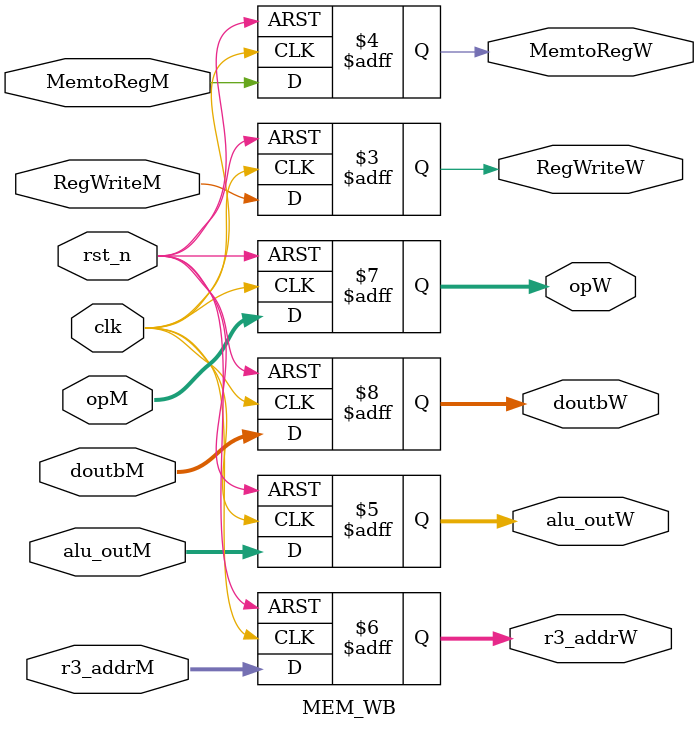
<source format=v>
`timescale 1ns / 1ps
module MEM_WB(
	input clk,
	input rst_n,
	input RegWriteM,
	input MemtoRegM,
	input [31:0] alu_outM,
	input [4:0] r3_addrM,
	input [5:0] opM,
	input [31:0] doutbM,
	output reg RegWriteW,
	output reg MemtoRegW,
	output reg [31:0] alu_outW,
	output reg [4:0] r3_addrW,
	output reg [5:0] opW,
	output reg [31:0] doutbW
    );

always@(posedge clk or negedge rst_n)
begin
if(~rst_n)
	begin
		RegWriteW <= 0;
		MemtoRegW <= 0;
		alu_outW <= 32'h0;
		r3_addrW <= 5'h0;
		opW <= 6'h0;
		doutbW <= 32'h0;
	end
else
	begin
		RegWriteW <= RegWriteM;
		MemtoRegW <= MemtoRegM;
		alu_outW <= alu_outM;
		r3_addrW <= r3_addrM;
		opW <= opM;
		doutbW <= doutbM;
	end
end

endmodule

</source>
